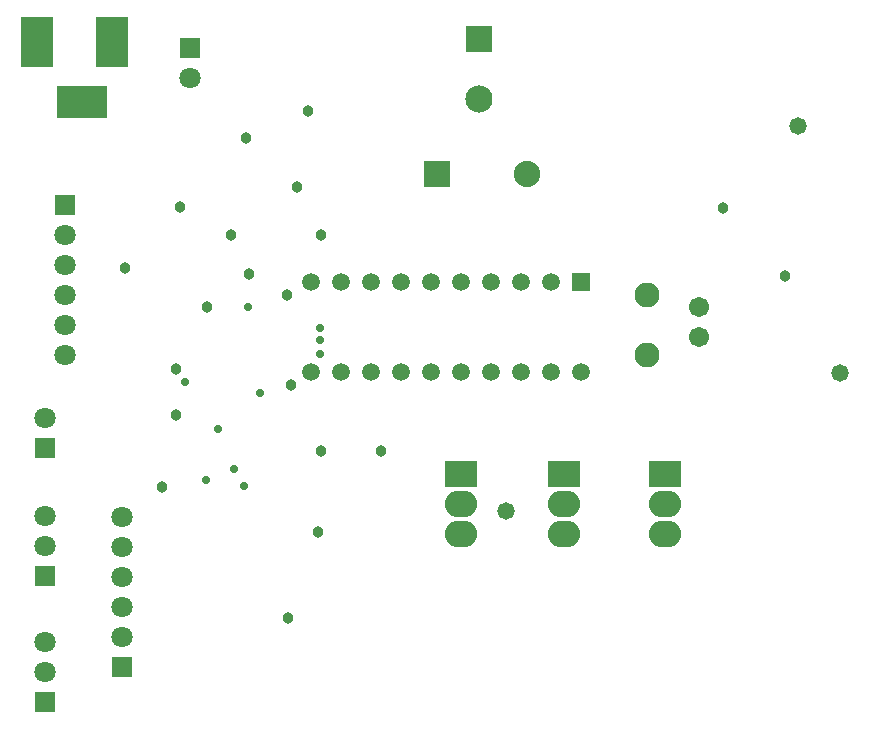
<source format=gbs>
G04*
G04 #@! TF.GenerationSoftware,Altium Limited,Altium Designer,23.10.1 (27)*
G04*
G04 Layer_Color=16711935*
%FSLAX25Y25*%
%MOIN*%
G70*
G04*
G04 #@! TF.SameCoordinates,35A5512B-BB22-45A0-ACD4-C44AAE3452D1*
G04*
G04*
G04 #@! TF.FilePolarity,Negative*
G04*
G01*
G75*
%ADD47C,0.05900*%
%ADD48R,0.05900X0.05900*%
%ADD49R,0.10800X0.08800*%
%ADD50O,0.10800X0.08800*%
%ADD51R,0.07099X0.07099*%
%ADD52C,0.07099*%
%ADD53R,0.16800X0.10800*%
%ADD54R,0.10800X0.16800*%
%ADD55C,0.06706*%
%ADD56C,0.08300*%
%ADD57C,0.09068*%
%ADD58R,0.09068X0.09068*%
%ADD59R,0.08800X0.08800*%
%ADD60C,0.08800*%
%ADD61C,0.03800*%
%ADD62C,0.05800*%
%ADD63C,0.02800*%
D47*
X193500Y121000D02*
D03*
X183500D02*
D03*
X173500D02*
D03*
X163500D02*
D03*
X153500D02*
D03*
X143500D02*
D03*
X133500D02*
D03*
X123500D02*
D03*
X113500D02*
D03*
X103500D02*
D03*
Y151000D02*
D03*
X113500D02*
D03*
X123500D02*
D03*
X133500D02*
D03*
X143500D02*
D03*
X153500D02*
D03*
X163500D02*
D03*
X173500D02*
D03*
X183500D02*
D03*
D48*
X193500D02*
D03*
D49*
X153500Y87000D02*
D03*
X188000D02*
D03*
X221500D02*
D03*
D50*
X153500Y77000D02*
D03*
Y67000D02*
D03*
X188000Y77000D02*
D03*
Y67000D02*
D03*
X221500Y77000D02*
D03*
Y67000D02*
D03*
D51*
X15000Y95500D02*
D03*
Y53000D02*
D03*
Y11000D02*
D03*
X63100Y229100D02*
D03*
X21500Y176500D02*
D03*
X40500Y22500D02*
D03*
D52*
X15000Y105500D02*
D03*
Y73000D02*
D03*
Y63000D02*
D03*
Y31000D02*
D03*
Y21000D02*
D03*
X63100Y219100D02*
D03*
X21500Y126500D02*
D03*
Y136500D02*
D03*
Y146500D02*
D03*
Y156500D02*
D03*
Y166500D02*
D03*
X40500Y42500D02*
D03*
Y32500D02*
D03*
Y52500D02*
D03*
Y62500D02*
D03*
Y72500D02*
D03*
D53*
X27228Y211000D02*
D03*
D54*
X12228Y231000D02*
D03*
X37228D02*
D03*
D55*
X233000Y132500D02*
D03*
Y142500D02*
D03*
D56*
X215500Y146500D02*
D03*
Y126500D02*
D03*
D57*
X159500Y212000D02*
D03*
D58*
Y232000D02*
D03*
D59*
X145500Y187000D02*
D03*
D60*
X175500D02*
D03*
D61*
X95500Y146500D02*
D03*
X107000Y166500D02*
D03*
X127000Y94500D02*
D03*
X58500Y122000D02*
D03*
Y106500D02*
D03*
X54000Y82500D02*
D03*
X97000Y116500D02*
D03*
X106000Y67500D02*
D03*
X107000Y94500D02*
D03*
X96000Y39000D02*
D03*
X241000Y175500D02*
D03*
X261500Y153000D02*
D03*
X83000Y153500D02*
D03*
X69000Y142500D02*
D03*
X102500Y208000D02*
D03*
X82000Y199000D02*
D03*
X77000Y166500D02*
D03*
X60000Y176000D02*
D03*
X41500Y155500D02*
D03*
X99000Y182500D02*
D03*
D62*
X168500Y74500D02*
D03*
X266000Y203000D02*
D03*
X280000Y120500D02*
D03*
D63*
X72500Y102000D02*
D03*
X68500Y85000D02*
D03*
X78000Y88500D02*
D03*
X61500Y117500D02*
D03*
X81122Y83120D02*
D03*
X86500Y114000D02*
D03*
X106500Y131500D02*
D03*
Y127000D02*
D03*
Y135500D02*
D03*
X82500Y142500D02*
D03*
M02*

</source>
